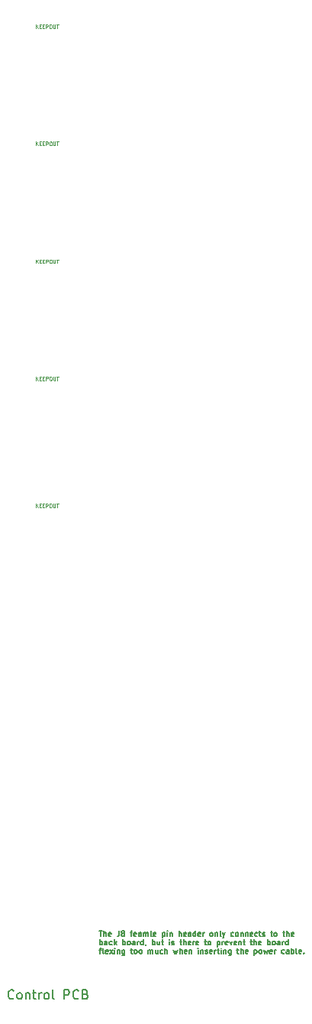
<source format=gbr>
%TF.GenerationSoftware,KiCad,Pcbnew,7.0.6*%
%TF.CreationDate,2023-08-06T19:51:04+10:00*%
%TF.ProjectId,headphone_sum,68656164-7068-46f6-9e65-5f73756d2e6b,rev?*%
%TF.SameCoordinates,Original*%
%TF.FileFunction,Other,Comment*%
%FSLAX46Y46*%
G04 Gerber Fmt 4.6, Leading zero omitted, Abs format (unit mm)*
G04 Created by KiCad (PCBNEW 7.0.6) date 2023-08-06 19:51:04*
%MOMM*%
%LPD*%
G01*
G04 APERTURE LIST*
%ADD10C,0.150000*%
%ADD11C,0.051000*%
G04 APERTURE END LIST*
D10*
X1345084Y-4017180D02*
X1297465Y-4064800D01*
X1297465Y-4064800D02*
X1154608Y-4112419D01*
X1154608Y-4112419D02*
X1059370Y-4112419D01*
X1059370Y-4112419D02*
X916513Y-4064800D01*
X916513Y-4064800D02*
X821275Y-3969561D01*
X821275Y-3969561D02*
X773656Y-3874323D01*
X773656Y-3874323D02*
X726037Y-3683847D01*
X726037Y-3683847D02*
X726037Y-3540990D01*
X726037Y-3540990D02*
X773656Y-3350514D01*
X773656Y-3350514D02*
X821275Y-3255276D01*
X821275Y-3255276D02*
X916513Y-3160038D01*
X916513Y-3160038D02*
X1059370Y-3112419D01*
X1059370Y-3112419D02*
X1154608Y-3112419D01*
X1154608Y-3112419D02*
X1297465Y-3160038D01*
X1297465Y-3160038D02*
X1345084Y-3207657D01*
X1916513Y-4112419D02*
X1821275Y-4064800D01*
X1821275Y-4064800D02*
X1773656Y-4017180D01*
X1773656Y-4017180D02*
X1726037Y-3921942D01*
X1726037Y-3921942D02*
X1726037Y-3636228D01*
X1726037Y-3636228D02*
X1773656Y-3540990D01*
X1773656Y-3540990D02*
X1821275Y-3493371D01*
X1821275Y-3493371D02*
X1916513Y-3445752D01*
X1916513Y-3445752D02*
X2059370Y-3445752D01*
X2059370Y-3445752D02*
X2154608Y-3493371D01*
X2154608Y-3493371D02*
X2202227Y-3540990D01*
X2202227Y-3540990D02*
X2249846Y-3636228D01*
X2249846Y-3636228D02*
X2249846Y-3921942D01*
X2249846Y-3921942D02*
X2202227Y-4017180D01*
X2202227Y-4017180D02*
X2154608Y-4064800D01*
X2154608Y-4064800D02*
X2059370Y-4112419D01*
X2059370Y-4112419D02*
X1916513Y-4112419D01*
X2678418Y-3445752D02*
X2678418Y-4112419D01*
X2678418Y-3540990D02*
X2726037Y-3493371D01*
X2726037Y-3493371D02*
X2821275Y-3445752D01*
X2821275Y-3445752D02*
X2964132Y-3445752D01*
X2964132Y-3445752D02*
X3059370Y-3493371D01*
X3059370Y-3493371D02*
X3106989Y-3588609D01*
X3106989Y-3588609D02*
X3106989Y-4112419D01*
X3440323Y-3445752D02*
X3821275Y-3445752D01*
X3583180Y-3112419D02*
X3583180Y-3969561D01*
X3583180Y-3969561D02*
X3630799Y-4064800D01*
X3630799Y-4064800D02*
X3726037Y-4112419D01*
X3726037Y-4112419D02*
X3821275Y-4112419D01*
X4154609Y-4112419D02*
X4154609Y-3445752D01*
X4154609Y-3636228D02*
X4202228Y-3540990D01*
X4202228Y-3540990D02*
X4249847Y-3493371D01*
X4249847Y-3493371D02*
X4345085Y-3445752D01*
X4345085Y-3445752D02*
X4440323Y-3445752D01*
X4916514Y-4112419D02*
X4821276Y-4064800D01*
X4821276Y-4064800D02*
X4773657Y-4017180D01*
X4773657Y-4017180D02*
X4726038Y-3921942D01*
X4726038Y-3921942D02*
X4726038Y-3636228D01*
X4726038Y-3636228D02*
X4773657Y-3540990D01*
X4773657Y-3540990D02*
X4821276Y-3493371D01*
X4821276Y-3493371D02*
X4916514Y-3445752D01*
X4916514Y-3445752D02*
X5059371Y-3445752D01*
X5059371Y-3445752D02*
X5154609Y-3493371D01*
X5154609Y-3493371D02*
X5202228Y-3540990D01*
X5202228Y-3540990D02*
X5249847Y-3636228D01*
X5249847Y-3636228D02*
X5249847Y-3921942D01*
X5249847Y-3921942D02*
X5202228Y-4017180D01*
X5202228Y-4017180D02*
X5154609Y-4064800D01*
X5154609Y-4064800D02*
X5059371Y-4112419D01*
X5059371Y-4112419D02*
X4916514Y-4112419D01*
X5821276Y-4112419D02*
X5726038Y-4064800D01*
X5726038Y-4064800D02*
X5678419Y-3969561D01*
X5678419Y-3969561D02*
X5678419Y-3112419D01*
X6964134Y-4112419D02*
X6964134Y-3112419D01*
X6964134Y-3112419D02*
X7345086Y-3112419D01*
X7345086Y-3112419D02*
X7440324Y-3160038D01*
X7440324Y-3160038D02*
X7487943Y-3207657D01*
X7487943Y-3207657D02*
X7535562Y-3302895D01*
X7535562Y-3302895D02*
X7535562Y-3445752D01*
X7535562Y-3445752D02*
X7487943Y-3540990D01*
X7487943Y-3540990D02*
X7440324Y-3588609D01*
X7440324Y-3588609D02*
X7345086Y-3636228D01*
X7345086Y-3636228D02*
X6964134Y-3636228D01*
X8535562Y-4017180D02*
X8487943Y-4064800D01*
X8487943Y-4064800D02*
X8345086Y-4112419D01*
X8345086Y-4112419D02*
X8249848Y-4112419D01*
X8249848Y-4112419D02*
X8106991Y-4064800D01*
X8106991Y-4064800D02*
X8011753Y-3969561D01*
X8011753Y-3969561D02*
X7964134Y-3874323D01*
X7964134Y-3874323D02*
X7916515Y-3683847D01*
X7916515Y-3683847D02*
X7916515Y-3540990D01*
X7916515Y-3540990D02*
X7964134Y-3350514D01*
X7964134Y-3350514D02*
X8011753Y-3255276D01*
X8011753Y-3255276D02*
X8106991Y-3160038D01*
X8106991Y-3160038D02*
X8249848Y-3112419D01*
X8249848Y-3112419D02*
X8345086Y-3112419D01*
X8345086Y-3112419D02*
X8487943Y-3160038D01*
X8487943Y-3160038D02*
X8535562Y-3207657D01*
X9297467Y-3588609D02*
X9440324Y-3636228D01*
X9440324Y-3636228D02*
X9487943Y-3683847D01*
X9487943Y-3683847D02*
X9535562Y-3779085D01*
X9535562Y-3779085D02*
X9535562Y-3921942D01*
X9535562Y-3921942D02*
X9487943Y-4017180D01*
X9487943Y-4017180D02*
X9440324Y-4064800D01*
X9440324Y-4064800D02*
X9345086Y-4112419D01*
X9345086Y-4112419D02*
X8964134Y-4112419D01*
X8964134Y-4112419D02*
X8964134Y-3112419D01*
X8964134Y-3112419D02*
X9297467Y-3112419D01*
X9297467Y-3112419D02*
X9392705Y-3160038D01*
X9392705Y-3160038D02*
X9440324Y-3207657D01*
X9440324Y-3207657D02*
X9487943Y-3302895D01*
X9487943Y-3302895D02*
X9487943Y-3398133D01*
X9487943Y-3398133D02*
X9440324Y-3493371D01*
X9440324Y-3493371D02*
X9392705Y-3540990D01*
X9392705Y-3540990D02*
X9297467Y-3588609D01*
X9297467Y-3588609D02*
X8964134Y-3588609D01*
X10823826Y3455229D02*
X11166684Y3455229D01*
X10995255Y2855229D02*
X10995255Y3455229D01*
X11366684Y2855229D02*
X11366684Y3455229D01*
X11623827Y2855229D02*
X11623827Y3169515D01*
X11623827Y3169515D02*
X11595255Y3226658D01*
X11595255Y3226658D02*
X11538112Y3255229D01*
X11538112Y3255229D02*
X11452398Y3255229D01*
X11452398Y3255229D02*
X11395255Y3226658D01*
X11395255Y3226658D02*
X11366684Y3198086D01*
X12138112Y2883800D02*
X12080969Y2855229D01*
X12080969Y2855229D02*
X11966684Y2855229D01*
X11966684Y2855229D02*
X11909541Y2883800D01*
X11909541Y2883800D02*
X11880969Y2940943D01*
X11880969Y2940943D02*
X11880969Y3169515D01*
X11880969Y3169515D02*
X11909541Y3226658D01*
X11909541Y3226658D02*
X11966684Y3255229D01*
X11966684Y3255229D02*
X12080969Y3255229D01*
X12080969Y3255229D02*
X12138112Y3226658D01*
X12138112Y3226658D02*
X12166684Y3169515D01*
X12166684Y3169515D02*
X12166684Y3112372D01*
X12166684Y3112372D02*
X11880969Y3055229D01*
X13052398Y3455229D02*
X13052398Y3026658D01*
X13052398Y3026658D02*
X13023827Y2940943D01*
X13023827Y2940943D02*
X12966684Y2883800D01*
X12966684Y2883800D02*
X12880970Y2855229D01*
X12880970Y2855229D02*
X12823827Y2855229D01*
X13423827Y3198086D02*
X13366684Y3226658D01*
X13366684Y3226658D02*
X13338113Y3255229D01*
X13338113Y3255229D02*
X13309541Y3312372D01*
X13309541Y3312372D02*
X13309541Y3340943D01*
X13309541Y3340943D02*
X13338113Y3398086D01*
X13338113Y3398086D02*
X13366684Y3426658D01*
X13366684Y3426658D02*
X13423827Y3455229D01*
X13423827Y3455229D02*
X13538113Y3455229D01*
X13538113Y3455229D02*
X13595256Y3426658D01*
X13595256Y3426658D02*
X13623827Y3398086D01*
X13623827Y3398086D02*
X13652398Y3340943D01*
X13652398Y3340943D02*
X13652398Y3312372D01*
X13652398Y3312372D02*
X13623827Y3255229D01*
X13623827Y3255229D02*
X13595256Y3226658D01*
X13595256Y3226658D02*
X13538113Y3198086D01*
X13538113Y3198086D02*
X13423827Y3198086D01*
X13423827Y3198086D02*
X13366684Y3169515D01*
X13366684Y3169515D02*
X13338113Y3140943D01*
X13338113Y3140943D02*
X13309541Y3083800D01*
X13309541Y3083800D02*
X13309541Y2969515D01*
X13309541Y2969515D02*
X13338113Y2912372D01*
X13338113Y2912372D02*
X13366684Y2883800D01*
X13366684Y2883800D02*
X13423827Y2855229D01*
X13423827Y2855229D02*
X13538113Y2855229D01*
X13538113Y2855229D02*
X13595256Y2883800D01*
X13595256Y2883800D02*
X13623827Y2912372D01*
X13623827Y2912372D02*
X13652398Y2969515D01*
X13652398Y2969515D02*
X13652398Y3083800D01*
X13652398Y3083800D02*
X13623827Y3140943D01*
X13623827Y3140943D02*
X13595256Y3169515D01*
X13595256Y3169515D02*
X13538113Y3198086D01*
X14280970Y3255229D02*
X14509542Y3255229D01*
X14366685Y2855229D02*
X14366685Y3369515D01*
X14366685Y3369515D02*
X14395256Y3426658D01*
X14395256Y3426658D02*
X14452399Y3455229D01*
X14452399Y3455229D02*
X14509542Y3455229D01*
X14938113Y2883800D02*
X14880970Y2855229D01*
X14880970Y2855229D02*
X14766685Y2855229D01*
X14766685Y2855229D02*
X14709542Y2883800D01*
X14709542Y2883800D02*
X14680970Y2940943D01*
X14680970Y2940943D02*
X14680970Y3169515D01*
X14680970Y3169515D02*
X14709542Y3226658D01*
X14709542Y3226658D02*
X14766685Y3255229D01*
X14766685Y3255229D02*
X14880970Y3255229D01*
X14880970Y3255229D02*
X14938113Y3226658D01*
X14938113Y3226658D02*
X14966685Y3169515D01*
X14966685Y3169515D02*
X14966685Y3112372D01*
X14966685Y3112372D02*
X14680970Y3055229D01*
X15480971Y2855229D02*
X15480971Y3169515D01*
X15480971Y3169515D02*
X15452399Y3226658D01*
X15452399Y3226658D02*
X15395256Y3255229D01*
X15395256Y3255229D02*
X15280971Y3255229D01*
X15280971Y3255229D02*
X15223828Y3226658D01*
X15480971Y2883800D02*
X15423828Y2855229D01*
X15423828Y2855229D02*
X15280971Y2855229D01*
X15280971Y2855229D02*
X15223828Y2883800D01*
X15223828Y2883800D02*
X15195256Y2940943D01*
X15195256Y2940943D02*
X15195256Y2998086D01*
X15195256Y2998086D02*
X15223828Y3055229D01*
X15223828Y3055229D02*
X15280971Y3083800D01*
X15280971Y3083800D02*
X15423828Y3083800D01*
X15423828Y3083800D02*
X15480971Y3112372D01*
X15766685Y2855229D02*
X15766685Y3255229D01*
X15766685Y3198086D02*
X15795256Y3226658D01*
X15795256Y3226658D02*
X15852399Y3255229D01*
X15852399Y3255229D02*
X15938113Y3255229D01*
X15938113Y3255229D02*
X15995256Y3226658D01*
X15995256Y3226658D02*
X16023828Y3169515D01*
X16023828Y3169515D02*
X16023828Y2855229D01*
X16023828Y3169515D02*
X16052399Y3226658D01*
X16052399Y3226658D02*
X16109542Y3255229D01*
X16109542Y3255229D02*
X16195256Y3255229D01*
X16195256Y3255229D02*
X16252399Y3226658D01*
X16252399Y3226658D02*
X16280970Y3169515D01*
X16280970Y3169515D02*
X16280970Y2855229D01*
X16652399Y2855229D02*
X16595256Y2883800D01*
X16595256Y2883800D02*
X16566685Y2940943D01*
X16566685Y2940943D02*
X16566685Y3455229D01*
X17109542Y2883800D02*
X17052399Y2855229D01*
X17052399Y2855229D02*
X16938114Y2855229D01*
X16938114Y2855229D02*
X16880971Y2883800D01*
X16880971Y2883800D02*
X16852399Y2940943D01*
X16852399Y2940943D02*
X16852399Y3169515D01*
X16852399Y3169515D02*
X16880971Y3226658D01*
X16880971Y3226658D02*
X16938114Y3255229D01*
X16938114Y3255229D02*
X17052399Y3255229D01*
X17052399Y3255229D02*
X17109542Y3226658D01*
X17109542Y3226658D02*
X17138114Y3169515D01*
X17138114Y3169515D02*
X17138114Y3112372D01*
X17138114Y3112372D02*
X16852399Y3055229D01*
X17852400Y3255229D02*
X17852400Y2655229D01*
X17852400Y3226658D02*
X17909543Y3255229D01*
X17909543Y3255229D02*
X18023828Y3255229D01*
X18023828Y3255229D02*
X18080971Y3226658D01*
X18080971Y3226658D02*
X18109543Y3198086D01*
X18109543Y3198086D02*
X18138114Y3140943D01*
X18138114Y3140943D02*
X18138114Y2969515D01*
X18138114Y2969515D02*
X18109543Y2912372D01*
X18109543Y2912372D02*
X18080971Y2883800D01*
X18080971Y2883800D02*
X18023828Y2855229D01*
X18023828Y2855229D02*
X17909543Y2855229D01*
X17909543Y2855229D02*
X17852400Y2883800D01*
X18395257Y2855229D02*
X18395257Y3255229D01*
X18395257Y3455229D02*
X18366685Y3426658D01*
X18366685Y3426658D02*
X18395257Y3398086D01*
X18395257Y3398086D02*
X18423828Y3426658D01*
X18423828Y3426658D02*
X18395257Y3455229D01*
X18395257Y3455229D02*
X18395257Y3398086D01*
X18680971Y3255229D02*
X18680971Y2855229D01*
X18680971Y3198086D02*
X18709542Y3226658D01*
X18709542Y3226658D02*
X18766685Y3255229D01*
X18766685Y3255229D02*
X18852399Y3255229D01*
X18852399Y3255229D02*
X18909542Y3226658D01*
X18909542Y3226658D02*
X18938114Y3169515D01*
X18938114Y3169515D02*
X18938114Y2855229D01*
X19680971Y2855229D02*
X19680971Y3455229D01*
X19938114Y2855229D02*
X19938114Y3169515D01*
X19938114Y3169515D02*
X19909542Y3226658D01*
X19909542Y3226658D02*
X19852399Y3255229D01*
X19852399Y3255229D02*
X19766685Y3255229D01*
X19766685Y3255229D02*
X19709542Y3226658D01*
X19709542Y3226658D02*
X19680971Y3198086D01*
X20452399Y2883800D02*
X20395256Y2855229D01*
X20395256Y2855229D02*
X20280971Y2855229D01*
X20280971Y2855229D02*
X20223828Y2883800D01*
X20223828Y2883800D02*
X20195256Y2940943D01*
X20195256Y2940943D02*
X20195256Y3169515D01*
X20195256Y3169515D02*
X20223828Y3226658D01*
X20223828Y3226658D02*
X20280971Y3255229D01*
X20280971Y3255229D02*
X20395256Y3255229D01*
X20395256Y3255229D02*
X20452399Y3226658D01*
X20452399Y3226658D02*
X20480971Y3169515D01*
X20480971Y3169515D02*
X20480971Y3112372D01*
X20480971Y3112372D02*
X20195256Y3055229D01*
X20995257Y2855229D02*
X20995257Y3169515D01*
X20995257Y3169515D02*
X20966685Y3226658D01*
X20966685Y3226658D02*
X20909542Y3255229D01*
X20909542Y3255229D02*
X20795257Y3255229D01*
X20795257Y3255229D02*
X20738114Y3226658D01*
X20995257Y2883800D02*
X20938114Y2855229D01*
X20938114Y2855229D02*
X20795257Y2855229D01*
X20795257Y2855229D02*
X20738114Y2883800D01*
X20738114Y2883800D02*
X20709542Y2940943D01*
X20709542Y2940943D02*
X20709542Y2998086D01*
X20709542Y2998086D02*
X20738114Y3055229D01*
X20738114Y3055229D02*
X20795257Y3083800D01*
X20795257Y3083800D02*
X20938114Y3083800D01*
X20938114Y3083800D02*
X20995257Y3112372D01*
X21538114Y2855229D02*
X21538114Y3455229D01*
X21538114Y2883800D02*
X21480971Y2855229D01*
X21480971Y2855229D02*
X21366685Y2855229D01*
X21366685Y2855229D02*
X21309542Y2883800D01*
X21309542Y2883800D02*
X21280971Y2912372D01*
X21280971Y2912372D02*
X21252399Y2969515D01*
X21252399Y2969515D02*
X21252399Y3140943D01*
X21252399Y3140943D02*
X21280971Y3198086D01*
X21280971Y3198086D02*
X21309542Y3226658D01*
X21309542Y3226658D02*
X21366685Y3255229D01*
X21366685Y3255229D02*
X21480971Y3255229D01*
X21480971Y3255229D02*
X21538114Y3226658D01*
X22052399Y2883800D02*
X21995256Y2855229D01*
X21995256Y2855229D02*
X21880971Y2855229D01*
X21880971Y2855229D02*
X21823828Y2883800D01*
X21823828Y2883800D02*
X21795256Y2940943D01*
X21795256Y2940943D02*
X21795256Y3169515D01*
X21795256Y3169515D02*
X21823828Y3226658D01*
X21823828Y3226658D02*
X21880971Y3255229D01*
X21880971Y3255229D02*
X21995256Y3255229D01*
X21995256Y3255229D02*
X22052399Y3226658D01*
X22052399Y3226658D02*
X22080971Y3169515D01*
X22080971Y3169515D02*
X22080971Y3112372D01*
X22080971Y3112372D02*
X21795256Y3055229D01*
X22338114Y2855229D02*
X22338114Y3255229D01*
X22338114Y3140943D02*
X22366685Y3198086D01*
X22366685Y3198086D02*
X22395257Y3226658D01*
X22395257Y3226658D02*
X22452399Y3255229D01*
X22452399Y3255229D02*
X22509542Y3255229D01*
X23252400Y2855229D02*
X23195257Y2883800D01*
X23195257Y2883800D02*
X23166686Y2912372D01*
X23166686Y2912372D02*
X23138114Y2969515D01*
X23138114Y2969515D02*
X23138114Y3140943D01*
X23138114Y3140943D02*
X23166686Y3198086D01*
X23166686Y3198086D02*
X23195257Y3226658D01*
X23195257Y3226658D02*
X23252400Y3255229D01*
X23252400Y3255229D02*
X23338114Y3255229D01*
X23338114Y3255229D02*
X23395257Y3226658D01*
X23395257Y3226658D02*
X23423829Y3198086D01*
X23423829Y3198086D02*
X23452400Y3140943D01*
X23452400Y3140943D02*
X23452400Y2969515D01*
X23452400Y2969515D02*
X23423829Y2912372D01*
X23423829Y2912372D02*
X23395257Y2883800D01*
X23395257Y2883800D02*
X23338114Y2855229D01*
X23338114Y2855229D02*
X23252400Y2855229D01*
X23709543Y3255229D02*
X23709543Y2855229D01*
X23709543Y3198086D02*
X23738114Y3226658D01*
X23738114Y3226658D02*
X23795257Y3255229D01*
X23795257Y3255229D02*
X23880971Y3255229D01*
X23880971Y3255229D02*
X23938114Y3226658D01*
X23938114Y3226658D02*
X23966686Y3169515D01*
X23966686Y3169515D02*
X23966686Y2855229D01*
X24338114Y2855229D02*
X24280971Y2883800D01*
X24280971Y2883800D02*
X24252400Y2940943D01*
X24252400Y2940943D02*
X24252400Y3455229D01*
X24509543Y3255229D02*
X24652400Y2855229D01*
X24795257Y3255229D02*
X24652400Y2855229D01*
X24652400Y2855229D02*
X24595257Y2712372D01*
X24595257Y2712372D02*
X24566686Y2683800D01*
X24566686Y2683800D02*
X24509543Y2655229D01*
X25738115Y2883800D02*
X25680972Y2855229D01*
X25680972Y2855229D02*
X25566686Y2855229D01*
X25566686Y2855229D02*
X25509543Y2883800D01*
X25509543Y2883800D02*
X25480972Y2912372D01*
X25480972Y2912372D02*
X25452400Y2969515D01*
X25452400Y2969515D02*
X25452400Y3140943D01*
X25452400Y3140943D02*
X25480972Y3198086D01*
X25480972Y3198086D02*
X25509543Y3226658D01*
X25509543Y3226658D02*
X25566686Y3255229D01*
X25566686Y3255229D02*
X25680972Y3255229D01*
X25680972Y3255229D02*
X25738115Y3226658D01*
X26080972Y2855229D02*
X26023829Y2883800D01*
X26023829Y2883800D02*
X25995258Y2912372D01*
X25995258Y2912372D02*
X25966686Y2969515D01*
X25966686Y2969515D02*
X25966686Y3140943D01*
X25966686Y3140943D02*
X25995258Y3198086D01*
X25995258Y3198086D02*
X26023829Y3226658D01*
X26023829Y3226658D02*
X26080972Y3255229D01*
X26080972Y3255229D02*
X26166686Y3255229D01*
X26166686Y3255229D02*
X26223829Y3226658D01*
X26223829Y3226658D02*
X26252401Y3198086D01*
X26252401Y3198086D02*
X26280972Y3140943D01*
X26280972Y3140943D02*
X26280972Y2969515D01*
X26280972Y2969515D02*
X26252401Y2912372D01*
X26252401Y2912372D02*
X26223829Y2883800D01*
X26223829Y2883800D02*
X26166686Y2855229D01*
X26166686Y2855229D02*
X26080972Y2855229D01*
X26538115Y3255229D02*
X26538115Y2855229D01*
X26538115Y3198086D02*
X26566686Y3226658D01*
X26566686Y3226658D02*
X26623829Y3255229D01*
X26623829Y3255229D02*
X26709543Y3255229D01*
X26709543Y3255229D02*
X26766686Y3226658D01*
X26766686Y3226658D02*
X26795258Y3169515D01*
X26795258Y3169515D02*
X26795258Y2855229D01*
X27080972Y3255229D02*
X27080972Y2855229D01*
X27080972Y3198086D02*
X27109543Y3226658D01*
X27109543Y3226658D02*
X27166686Y3255229D01*
X27166686Y3255229D02*
X27252400Y3255229D01*
X27252400Y3255229D02*
X27309543Y3226658D01*
X27309543Y3226658D02*
X27338115Y3169515D01*
X27338115Y3169515D02*
X27338115Y2855229D01*
X27852400Y2883800D02*
X27795257Y2855229D01*
X27795257Y2855229D02*
X27680972Y2855229D01*
X27680972Y2855229D02*
X27623829Y2883800D01*
X27623829Y2883800D02*
X27595257Y2940943D01*
X27595257Y2940943D02*
X27595257Y3169515D01*
X27595257Y3169515D02*
X27623829Y3226658D01*
X27623829Y3226658D02*
X27680972Y3255229D01*
X27680972Y3255229D02*
X27795257Y3255229D01*
X27795257Y3255229D02*
X27852400Y3226658D01*
X27852400Y3226658D02*
X27880972Y3169515D01*
X27880972Y3169515D02*
X27880972Y3112372D01*
X27880972Y3112372D02*
X27595257Y3055229D01*
X28395258Y2883800D02*
X28338115Y2855229D01*
X28338115Y2855229D02*
X28223829Y2855229D01*
X28223829Y2855229D02*
X28166686Y2883800D01*
X28166686Y2883800D02*
X28138115Y2912372D01*
X28138115Y2912372D02*
X28109543Y2969515D01*
X28109543Y2969515D02*
X28109543Y3140943D01*
X28109543Y3140943D02*
X28138115Y3198086D01*
X28138115Y3198086D02*
X28166686Y3226658D01*
X28166686Y3226658D02*
X28223829Y3255229D01*
X28223829Y3255229D02*
X28338115Y3255229D01*
X28338115Y3255229D02*
X28395258Y3226658D01*
X28566686Y3255229D02*
X28795258Y3255229D01*
X28652401Y3455229D02*
X28652401Y2940943D01*
X28652401Y2940943D02*
X28680972Y2883800D01*
X28680972Y2883800D02*
X28738115Y2855229D01*
X28738115Y2855229D02*
X28795258Y2855229D01*
X28966686Y2883800D02*
X29023829Y2855229D01*
X29023829Y2855229D02*
X29138115Y2855229D01*
X29138115Y2855229D02*
X29195258Y2883800D01*
X29195258Y2883800D02*
X29223829Y2940943D01*
X29223829Y2940943D02*
X29223829Y2969515D01*
X29223829Y2969515D02*
X29195258Y3026658D01*
X29195258Y3026658D02*
X29138115Y3055229D01*
X29138115Y3055229D02*
X29052401Y3055229D01*
X29052401Y3055229D02*
X28995258Y3083800D01*
X28995258Y3083800D02*
X28966686Y3140943D01*
X28966686Y3140943D02*
X28966686Y3169515D01*
X28966686Y3169515D02*
X28995258Y3226658D01*
X28995258Y3226658D02*
X29052401Y3255229D01*
X29052401Y3255229D02*
X29138115Y3255229D01*
X29138115Y3255229D02*
X29195258Y3226658D01*
X29852400Y3255229D02*
X30080972Y3255229D01*
X29938115Y3455229D02*
X29938115Y2940943D01*
X29938115Y2940943D02*
X29966686Y2883800D01*
X29966686Y2883800D02*
X30023829Y2855229D01*
X30023829Y2855229D02*
X30080972Y2855229D01*
X30366686Y2855229D02*
X30309543Y2883800D01*
X30309543Y2883800D02*
X30280972Y2912372D01*
X30280972Y2912372D02*
X30252400Y2969515D01*
X30252400Y2969515D02*
X30252400Y3140943D01*
X30252400Y3140943D02*
X30280972Y3198086D01*
X30280972Y3198086D02*
X30309543Y3226658D01*
X30309543Y3226658D02*
X30366686Y3255229D01*
X30366686Y3255229D02*
X30452400Y3255229D01*
X30452400Y3255229D02*
X30509543Y3226658D01*
X30509543Y3226658D02*
X30538115Y3198086D01*
X30538115Y3198086D02*
X30566686Y3140943D01*
X30566686Y3140943D02*
X30566686Y2969515D01*
X30566686Y2969515D02*
X30538115Y2912372D01*
X30538115Y2912372D02*
X30509543Y2883800D01*
X30509543Y2883800D02*
X30452400Y2855229D01*
X30452400Y2855229D02*
X30366686Y2855229D01*
X31195257Y3255229D02*
X31423829Y3255229D01*
X31280972Y3455229D02*
X31280972Y2940943D01*
X31280972Y2940943D02*
X31309543Y2883800D01*
X31309543Y2883800D02*
X31366686Y2855229D01*
X31366686Y2855229D02*
X31423829Y2855229D01*
X31623829Y2855229D02*
X31623829Y3455229D01*
X31880972Y2855229D02*
X31880972Y3169515D01*
X31880972Y3169515D02*
X31852400Y3226658D01*
X31852400Y3226658D02*
X31795257Y3255229D01*
X31795257Y3255229D02*
X31709543Y3255229D01*
X31709543Y3255229D02*
X31652400Y3226658D01*
X31652400Y3226658D02*
X31623829Y3198086D01*
X32395257Y2883800D02*
X32338114Y2855229D01*
X32338114Y2855229D02*
X32223829Y2855229D01*
X32223829Y2855229D02*
X32166686Y2883800D01*
X32166686Y2883800D02*
X32138114Y2940943D01*
X32138114Y2940943D02*
X32138114Y3169515D01*
X32138114Y3169515D02*
X32166686Y3226658D01*
X32166686Y3226658D02*
X32223829Y3255229D01*
X32223829Y3255229D02*
X32338114Y3255229D01*
X32338114Y3255229D02*
X32395257Y3226658D01*
X32395257Y3226658D02*
X32423829Y3169515D01*
X32423829Y3169515D02*
X32423829Y3112372D01*
X32423829Y3112372D02*
X32138114Y3055229D01*
X10909541Y1889229D02*
X10909541Y2489229D01*
X10909541Y2260658D02*
X10966684Y2289229D01*
X10966684Y2289229D02*
X11080969Y2289229D01*
X11080969Y2289229D02*
X11138112Y2260658D01*
X11138112Y2260658D02*
X11166684Y2232086D01*
X11166684Y2232086D02*
X11195255Y2174943D01*
X11195255Y2174943D02*
X11195255Y2003515D01*
X11195255Y2003515D02*
X11166684Y1946372D01*
X11166684Y1946372D02*
X11138112Y1917800D01*
X11138112Y1917800D02*
X11080969Y1889229D01*
X11080969Y1889229D02*
X10966684Y1889229D01*
X10966684Y1889229D02*
X10909541Y1917800D01*
X11709541Y1889229D02*
X11709541Y2203515D01*
X11709541Y2203515D02*
X11680969Y2260658D01*
X11680969Y2260658D02*
X11623826Y2289229D01*
X11623826Y2289229D02*
X11509541Y2289229D01*
X11509541Y2289229D02*
X11452398Y2260658D01*
X11709541Y1917800D02*
X11652398Y1889229D01*
X11652398Y1889229D02*
X11509541Y1889229D01*
X11509541Y1889229D02*
X11452398Y1917800D01*
X11452398Y1917800D02*
X11423826Y1974943D01*
X11423826Y1974943D02*
X11423826Y2032086D01*
X11423826Y2032086D02*
X11452398Y2089229D01*
X11452398Y2089229D02*
X11509541Y2117800D01*
X11509541Y2117800D02*
X11652398Y2117800D01*
X11652398Y2117800D02*
X11709541Y2146372D01*
X12252398Y1917800D02*
X12195255Y1889229D01*
X12195255Y1889229D02*
X12080969Y1889229D01*
X12080969Y1889229D02*
X12023826Y1917800D01*
X12023826Y1917800D02*
X11995255Y1946372D01*
X11995255Y1946372D02*
X11966683Y2003515D01*
X11966683Y2003515D02*
X11966683Y2174943D01*
X11966683Y2174943D02*
X11995255Y2232086D01*
X11995255Y2232086D02*
X12023826Y2260658D01*
X12023826Y2260658D02*
X12080969Y2289229D01*
X12080969Y2289229D02*
X12195255Y2289229D01*
X12195255Y2289229D02*
X12252398Y2260658D01*
X12509541Y1889229D02*
X12509541Y2489229D01*
X12566684Y2117800D02*
X12738112Y1889229D01*
X12738112Y2289229D02*
X12509541Y2060658D01*
X13452398Y1889229D02*
X13452398Y2489229D01*
X13452398Y2260658D02*
X13509541Y2289229D01*
X13509541Y2289229D02*
X13623826Y2289229D01*
X13623826Y2289229D02*
X13680969Y2260658D01*
X13680969Y2260658D02*
X13709541Y2232086D01*
X13709541Y2232086D02*
X13738112Y2174943D01*
X13738112Y2174943D02*
X13738112Y2003515D01*
X13738112Y2003515D02*
X13709541Y1946372D01*
X13709541Y1946372D02*
X13680969Y1917800D01*
X13680969Y1917800D02*
X13623826Y1889229D01*
X13623826Y1889229D02*
X13509541Y1889229D01*
X13509541Y1889229D02*
X13452398Y1917800D01*
X14080969Y1889229D02*
X14023826Y1917800D01*
X14023826Y1917800D02*
X13995255Y1946372D01*
X13995255Y1946372D02*
X13966683Y2003515D01*
X13966683Y2003515D02*
X13966683Y2174943D01*
X13966683Y2174943D02*
X13995255Y2232086D01*
X13995255Y2232086D02*
X14023826Y2260658D01*
X14023826Y2260658D02*
X14080969Y2289229D01*
X14080969Y2289229D02*
X14166683Y2289229D01*
X14166683Y2289229D02*
X14223826Y2260658D01*
X14223826Y2260658D02*
X14252398Y2232086D01*
X14252398Y2232086D02*
X14280969Y2174943D01*
X14280969Y2174943D02*
X14280969Y2003515D01*
X14280969Y2003515D02*
X14252398Y1946372D01*
X14252398Y1946372D02*
X14223826Y1917800D01*
X14223826Y1917800D02*
X14166683Y1889229D01*
X14166683Y1889229D02*
X14080969Y1889229D01*
X14795255Y1889229D02*
X14795255Y2203515D01*
X14795255Y2203515D02*
X14766683Y2260658D01*
X14766683Y2260658D02*
X14709540Y2289229D01*
X14709540Y2289229D02*
X14595255Y2289229D01*
X14595255Y2289229D02*
X14538112Y2260658D01*
X14795255Y1917800D02*
X14738112Y1889229D01*
X14738112Y1889229D02*
X14595255Y1889229D01*
X14595255Y1889229D02*
X14538112Y1917800D01*
X14538112Y1917800D02*
X14509540Y1974943D01*
X14509540Y1974943D02*
X14509540Y2032086D01*
X14509540Y2032086D02*
X14538112Y2089229D01*
X14538112Y2089229D02*
X14595255Y2117800D01*
X14595255Y2117800D02*
X14738112Y2117800D01*
X14738112Y2117800D02*
X14795255Y2146372D01*
X15080969Y1889229D02*
X15080969Y2289229D01*
X15080969Y2174943D02*
X15109540Y2232086D01*
X15109540Y2232086D02*
X15138112Y2260658D01*
X15138112Y2260658D02*
X15195254Y2289229D01*
X15195254Y2289229D02*
X15252397Y2289229D01*
X15709541Y1889229D02*
X15709541Y2489229D01*
X15709541Y1917800D02*
X15652398Y1889229D01*
X15652398Y1889229D02*
X15538112Y1889229D01*
X15538112Y1889229D02*
X15480969Y1917800D01*
X15480969Y1917800D02*
X15452398Y1946372D01*
X15452398Y1946372D02*
X15423826Y2003515D01*
X15423826Y2003515D02*
X15423826Y2174943D01*
X15423826Y2174943D02*
X15452398Y2232086D01*
X15452398Y2232086D02*
X15480969Y2260658D01*
X15480969Y2260658D02*
X15538112Y2289229D01*
X15538112Y2289229D02*
X15652398Y2289229D01*
X15652398Y2289229D02*
X15709541Y2260658D01*
X16023826Y1917800D02*
X16023826Y1889229D01*
X16023826Y1889229D02*
X15995255Y1832086D01*
X15995255Y1832086D02*
X15966683Y1803515D01*
X16738112Y1889229D02*
X16738112Y2489229D01*
X16738112Y2260658D02*
X16795255Y2289229D01*
X16795255Y2289229D02*
X16909540Y2289229D01*
X16909540Y2289229D02*
X16966683Y2260658D01*
X16966683Y2260658D02*
X16995255Y2232086D01*
X16995255Y2232086D02*
X17023826Y2174943D01*
X17023826Y2174943D02*
X17023826Y2003515D01*
X17023826Y2003515D02*
X16995255Y1946372D01*
X16995255Y1946372D02*
X16966683Y1917800D01*
X16966683Y1917800D02*
X16909540Y1889229D01*
X16909540Y1889229D02*
X16795255Y1889229D01*
X16795255Y1889229D02*
X16738112Y1917800D01*
X17538112Y2289229D02*
X17538112Y1889229D01*
X17280969Y2289229D02*
X17280969Y1974943D01*
X17280969Y1974943D02*
X17309540Y1917800D01*
X17309540Y1917800D02*
X17366683Y1889229D01*
X17366683Y1889229D02*
X17452397Y1889229D01*
X17452397Y1889229D02*
X17509540Y1917800D01*
X17509540Y1917800D02*
X17538112Y1946372D01*
X17738111Y2289229D02*
X17966683Y2289229D01*
X17823826Y2489229D02*
X17823826Y1974943D01*
X17823826Y1974943D02*
X17852397Y1917800D01*
X17852397Y1917800D02*
X17909540Y1889229D01*
X17909540Y1889229D02*
X17966683Y1889229D01*
X18623826Y1889229D02*
X18623826Y2289229D01*
X18623826Y2489229D02*
X18595254Y2460658D01*
X18595254Y2460658D02*
X18623826Y2432086D01*
X18623826Y2432086D02*
X18652397Y2460658D01*
X18652397Y2460658D02*
X18623826Y2489229D01*
X18623826Y2489229D02*
X18623826Y2432086D01*
X18880968Y1917800D02*
X18938111Y1889229D01*
X18938111Y1889229D02*
X19052397Y1889229D01*
X19052397Y1889229D02*
X19109540Y1917800D01*
X19109540Y1917800D02*
X19138111Y1974943D01*
X19138111Y1974943D02*
X19138111Y2003515D01*
X19138111Y2003515D02*
X19109540Y2060658D01*
X19109540Y2060658D02*
X19052397Y2089229D01*
X19052397Y2089229D02*
X18966683Y2089229D01*
X18966683Y2089229D02*
X18909540Y2117800D01*
X18909540Y2117800D02*
X18880968Y2174943D01*
X18880968Y2174943D02*
X18880968Y2203515D01*
X18880968Y2203515D02*
X18909540Y2260658D01*
X18909540Y2260658D02*
X18966683Y2289229D01*
X18966683Y2289229D02*
X19052397Y2289229D01*
X19052397Y2289229D02*
X19109540Y2260658D01*
X19766682Y2289229D02*
X19995254Y2289229D01*
X19852397Y2489229D02*
X19852397Y1974943D01*
X19852397Y1974943D02*
X19880968Y1917800D01*
X19880968Y1917800D02*
X19938111Y1889229D01*
X19938111Y1889229D02*
X19995254Y1889229D01*
X20195254Y1889229D02*
X20195254Y2489229D01*
X20452397Y1889229D02*
X20452397Y2203515D01*
X20452397Y2203515D02*
X20423825Y2260658D01*
X20423825Y2260658D02*
X20366682Y2289229D01*
X20366682Y2289229D02*
X20280968Y2289229D01*
X20280968Y2289229D02*
X20223825Y2260658D01*
X20223825Y2260658D02*
X20195254Y2232086D01*
X20966682Y1917800D02*
X20909539Y1889229D01*
X20909539Y1889229D02*
X20795254Y1889229D01*
X20795254Y1889229D02*
X20738111Y1917800D01*
X20738111Y1917800D02*
X20709539Y1974943D01*
X20709539Y1974943D02*
X20709539Y2203515D01*
X20709539Y2203515D02*
X20738111Y2260658D01*
X20738111Y2260658D02*
X20795254Y2289229D01*
X20795254Y2289229D02*
X20909539Y2289229D01*
X20909539Y2289229D02*
X20966682Y2260658D01*
X20966682Y2260658D02*
X20995254Y2203515D01*
X20995254Y2203515D02*
X20995254Y2146372D01*
X20995254Y2146372D02*
X20709539Y2089229D01*
X21252397Y1889229D02*
X21252397Y2289229D01*
X21252397Y2174943D02*
X21280968Y2232086D01*
X21280968Y2232086D02*
X21309540Y2260658D01*
X21309540Y2260658D02*
X21366682Y2289229D01*
X21366682Y2289229D02*
X21423825Y2289229D01*
X21852397Y1917800D02*
X21795254Y1889229D01*
X21795254Y1889229D02*
X21680969Y1889229D01*
X21680969Y1889229D02*
X21623826Y1917800D01*
X21623826Y1917800D02*
X21595254Y1974943D01*
X21595254Y1974943D02*
X21595254Y2203515D01*
X21595254Y2203515D02*
X21623826Y2260658D01*
X21623826Y2260658D02*
X21680969Y2289229D01*
X21680969Y2289229D02*
X21795254Y2289229D01*
X21795254Y2289229D02*
X21852397Y2260658D01*
X21852397Y2260658D02*
X21880969Y2203515D01*
X21880969Y2203515D02*
X21880969Y2146372D01*
X21880969Y2146372D02*
X21595254Y2089229D01*
X22509540Y2289229D02*
X22738112Y2289229D01*
X22595255Y2489229D02*
X22595255Y1974943D01*
X22595255Y1974943D02*
X22623826Y1917800D01*
X22623826Y1917800D02*
X22680969Y1889229D01*
X22680969Y1889229D02*
X22738112Y1889229D01*
X23023826Y1889229D02*
X22966683Y1917800D01*
X22966683Y1917800D02*
X22938112Y1946372D01*
X22938112Y1946372D02*
X22909540Y2003515D01*
X22909540Y2003515D02*
X22909540Y2174943D01*
X22909540Y2174943D02*
X22938112Y2232086D01*
X22938112Y2232086D02*
X22966683Y2260658D01*
X22966683Y2260658D02*
X23023826Y2289229D01*
X23023826Y2289229D02*
X23109540Y2289229D01*
X23109540Y2289229D02*
X23166683Y2260658D01*
X23166683Y2260658D02*
X23195255Y2232086D01*
X23195255Y2232086D02*
X23223826Y2174943D01*
X23223826Y2174943D02*
X23223826Y2003515D01*
X23223826Y2003515D02*
X23195255Y1946372D01*
X23195255Y1946372D02*
X23166683Y1917800D01*
X23166683Y1917800D02*
X23109540Y1889229D01*
X23109540Y1889229D02*
X23023826Y1889229D01*
X23938112Y2289229D02*
X23938112Y1689229D01*
X23938112Y2260658D02*
X23995255Y2289229D01*
X23995255Y2289229D02*
X24109540Y2289229D01*
X24109540Y2289229D02*
X24166683Y2260658D01*
X24166683Y2260658D02*
X24195255Y2232086D01*
X24195255Y2232086D02*
X24223826Y2174943D01*
X24223826Y2174943D02*
X24223826Y2003515D01*
X24223826Y2003515D02*
X24195255Y1946372D01*
X24195255Y1946372D02*
X24166683Y1917800D01*
X24166683Y1917800D02*
X24109540Y1889229D01*
X24109540Y1889229D02*
X23995255Y1889229D01*
X23995255Y1889229D02*
X23938112Y1917800D01*
X24480969Y1889229D02*
X24480969Y2289229D01*
X24480969Y2174943D02*
X24509540Y2232086D01*
X24509540Y2232086D02*
X24538112Y2260658D01*
X24538112Y2260658D02*
X24595254Y2289229D01*
X24595254Y2289229D02*
X24652397Y2289229D01*
X25080969Y1917800D02*
X25023826Y1889229D01*
X25023826Y1889229D02*
X24909541Y1889229D01*
X24909541Y1889229D02*
X24852398Y1917800D01*
X24852398Y1917800D02*
X24823826Y1974943D01*
X24823826Y1974943D02*
X24823826Y2203515D01*
X24823826Y2203515D02*
X24852398Y2260658D01*
X24852398Y2260658D02*
X24909541Y2289229D01*
X24909541Y2289229D02*
X25023826Y2289229D01*
X25023826Y2289229D02*
X25080969Y2260658D01*
X25080969Y2260658D02*
X25109541Y2203515D01*
X25109541Y2203515D02*
X25109541Y2146372D01*
X25109541Y2146372D02*
X24823826Y2089229D01*
X25309541Y2289229D02*
X25452398Y1889229D01*
X25452398Y1889229D02*
X25595255Y2289229D01*
X26052398Y1917800D02*
X25995255Y1889229D01*
X25995255Y1889229D02*
X25880970Y1889229D01*
X25880970Y1889229D02*
X25823827Y1917800D01*
X25823827Y1917800D02*
X25795255Y1974943D01*
X25795255Y1974943D02*
X25795255Y2203515D01*
X25795255Y2203515D02*
X25823827Y2260658D01*
X25823827Y2260658D02*
X25880970Y2289229D01*
X25880970Y2289229D02*
X25995255Y2289229D01*
X25995255Y2289229D02*
X26052398Y2260658D01*
X26052398Y2260658D02*
X26080970Y2203515D01*
X26080970Y2203515D02*
X26080970Y2146372D01*
X26080970Y2146372D02*
X25795255Y2089229D01*
X26338113Y2289229D02*
X26338113Y1889229D01*
X26338113Y2232086D02*
X26366684Y2260658D01*
X26366684Y2260658D02*
X26423827Y2289229D01*
X26423827Y2289229D02*
X26509541Y2289229D01*
X26509541Y2289229D02*
X26566684Y2260658D01*
X26566684Y2260658D02*
X26595256Y2203515D01*
X26595256Y2203515D02*
X26595256Y1889229D01*
X26795255Y2289229D02*
X27023827Y2289229D01*
X26880970Y2489229D02*
X26880970Y1974943D01*
X26880970Y1974943D02*
X26909541Y1917800D01*
X26909541Y1917800D02*
X26966684Y1889229D01*
X26966684Y1889229D02*
X27023827Y1889229D01*
X27595255Y2289229D02*
X27823827Y2289229D01*
X27680970Y2489229D02*
X27680970Y1974943D01*
X27680970Y1974943D02*
X27709541Y1917800D01*
X27709541Y1917800D02*
X27766684Y1889229D01*
X27766684Y1889229D02*
X27823827Y1889229D01*
X28023827Y1889229D02*
X28023827Y2489229D01*
X28280970Y1889229D02*
X28280970Y2203515D01*
X28280970Y2203515D02*
X28252398Y2260658D01*
X28252398Y2260658D02*
X28195255Y2289229D01*
X28195255Y2289229D02*
X28109541Y2289229D01*
X28109541Y2289229D02*
X28052398Y2260658D01*
X28052398Y2260658D02*
X28023827Y2232086D01*
X28795255Y1917800D02*
X28738112Y1889229D01*
X28738112Y1889229D02*
X28623827Y1889229D01*
X28623827Y1889229D02*
X28566684Y1917800D01*
X28566684Y1917800D02*
X28538112Y1974943D01*
X28538112Y1974943D02*
X28538112Y2203515D01*
X28538112Y2203515D02*
X28566684Y2260658D01*
X28566684Y2260658D02*
X28623827Y2289229D01*
X28623827Y2289229D02*
X28738112Y2289229D01*
X28738112Y2289229D02*
X28795255Y2260658D01*
X28795255Y2260658D02*
X28823827Y2203515D01*
X28823827Y2203515D02*
X28823827Y2146372D01*
X28823827Y2146372D02*
X28538112Y2089229D01*
X29538113Y1889229D02*
X29538113Y2489229D01*
X29538113Y2260658D02*
X29595256Y2289229D01*
X29595256Y2289229D02*
X29709541Y2289229D01*
X29709541Y2289229D02*
X29766684Y2260658D01*
X29766684Y2260658D02*
X29795256Y2232086D01*
X29795256Y2232086D02*
X29823827Y2174943D01*
X29823827Y2174943D02*
X29823827Y2003515D01*
X29823827Y2003515D02*
X29795256Y1946372D01*
X29795256Y1946372D02*
X29766684Y1917800D01*
X29766684Y1917800D02*
X29709541Y1889229D01*
X29709541Y1889229D02*
X29595256Y1889229D01*
X29595256Y1889229D02*
X29538113Y1917800D01*
X30166684Y1889229D02*
X30109541Y1917800D01*
X30109541Y1917800D02*
X30080970Y1946372D01*
X30080970Y1946372D02*
X30052398Y2003515D01*
X30052398Y2003515D02*
X30052398Y2174943D01*
X30052398Y2174943D02*
X30080970Y2232086D01*
X30080970Y2232086D02*
X30109541Y2260658D01*
X30109541Y2260658D02*
X30166684Y2289229D01*
X30166684Y2289229D02*
X30252398Y2289229D01*
X30252398Y2289229D02*
X30309541Y2260658D01*
X30309541Y2260658D02*
X30338113Y2232086D01*
X30338113Y2232086D02*
X30366684Y2174943D01*
X30366684Y2174943D02*
X30366684Y2003515D01*
X30366684Y2003515D02*
X30338113Y1946372D01*
X30338113Y1946372D02*
X30309541Y1917800D01*
X30309541Y1917800D02*
X30252398Y1889229D01*
X30252398Y1889229D02*
X30166684Y1889229D01*
X30880970Y1889229D02*
X30880970Y2203515D01*
X30880970Y2203515D02*
X30852398Y2260658D01*
X30852398Y2260658D02*
X30795255Y2289229D01*
X30795255Y2289229D02*
X30680970Y2289229D01*
X30680970Y2289229D02*
X30623827Y2260658D01*
X30880970Y1917800D02*
X30823827Y1889229D01*
X30823827Y1889229D02*
X30680970Y1889229D01*
X30680970Y1889229D02*
X30623827Y1917800D01*
X30623827Y1917800D02*
X30595255Y1974943D01*
X30595255Y1974943D02*
X30595255Y2032086D01*
X30595255Y2032086D02*
X30623827Y2089229D01*
X30623827Y2089229D02*
X30680970Y2117800D01*
X30680970Y2117800D02*
X30823827Y2117800D01*
X30823827Y2117800D02*
X30880970Y2146372D01*
X31166684Y1889229D02*
X31166684Y2289229D01*
X31166684Y2174943D02*
X31195255Y2232086D01*
X31195255Y2232086D02*
X31223827Y2260658D01*
X31223827Y2260658D02*
X31280969Y2289229D01*
X31280969Y2289229D02*
X31338112Y2289229D01*
X31795256Y1889229D02*
X31795256Y2489229D01*
X31795256Y1917800D02*
X31738113Y1889229D01*
X31738113Y1889229D02*
X31623827Y1889229D01*
X31623827Y1889229D02*
X31566684Y1917800D01*
X31566684Y1917800D02*
X31538113Y1946372D01*
X31538113Y1946372D02*
X31509541Y2003515D01*
X31509541Y2003515D02*
X31509541Y2174943D01*
X31509541Y2174943D02*
X31538113Y2232086D01*
X31538113Y2232086D02*
X31566684Y2260658D01*
X31566684Y2260658D02*
X31623827Y2289229D01*
X31623827Y2289229D02*
X31738113Y2289229D01*
X31738113Y2289229D02*
X31795256Y2260658D01*
X10823826Y1323229D02*
X11052398Y1323229D01*
X10909541Y923229D02*
X10909541Y1437515D01*
X10909541Y1437515D02*
X10938112Y1494658D01*
X10938112Y1494658D02*
X10995255Y1523229D01*
X10995255Y1523229D02*
X11052398Y1523229D01*
X11338112Y923229D02*
X11280969Y951800D01*
X11280969Y951800D02*
X11252398Y1008943D01*
X11252398Y1008943D02*
X11252398Y1523229D01*
X11795255Y951800D02*
X11738112Y923229D01*
X11738112Y923229D02*
X11623827Y923229D01*
X11623827Y923229D02*
X11566684Y951800D01*
X11566684Y951800D02*
X11538112Y1008943D01*
X11538112Y1008943D02*
X11538112Y1237515D01*
X11538112Y1237515D02*
X11566684Y1294658D01*
X11566684Y1294658D02*
X11623827Y1323229D01*
X11623827Y1323229D02*
X11738112Y1323229D01*
X11738112Y1323229D02*
X11795255Y1294658D01*
X11795255Y1294658D02*
X11823827Y1237515D01*
X11823827Y1237515D02*
X11823827Y1180372D01*
X11823827Y1180372D02*
X11538112Y1123229D01*
X12023827Y923229D02*
X12338113Y1323229D01*
X12023827Y1323229D02*
X12338113Y923229D01*
X12566684Y923229D02*
X12566684Y1323229D01*
X12566684Y1523229D02*
X12538112Y1494658D01*
X12538112Y1494658D02*
X12566684Y1466086D01*
X12566684Y1466086D02*
X12595255Y1494658D01*
X12595255Y1494658D02*
X12566684Y1523229D01*
X12566684Y1523229D02*
X12566684Y1466086D01*
X12852398Y1323229D02*
X12852398Y923229D01*
X12852398Y1266086D02*
X12880969Y1294658D01*
X12880969Y1294658D02*
X12938112Y1323229D01*
X12938112Y1323229D02*
X13023826Y1323229D01*
X13023826Y1323229D02*
X13080969Y1294658D01*
X13080969Y1294658D02*
X13109541Y1237515D01*
X13109541Y1237515D02*
X13109541Y923229D01*
X13652398Y1323229D02*
X13652398Y837515D01*
X13652398Y837515D02*
X13623826Y780372D01*
X13623826Y780372D02*
X13595255Y751800D01*
X13595255Y751800D02*
X13538112Y723229D01*
X13538112Y723229D02*
X13452398Y723229D01*
X13452398Y723229D02*
X13395255Y751800D01*
X13652398Y951800D02*
X13595255Y923229D01*
X13595255Y923229D02*
X13480969Y923229D01*
X13480969Y923229D02*
X13423826Y951800D01*
X13423826Y951800D02*
X13395255Y980372D01*
X13395255Y980372D02*
X13366683Y1037515D01*
X13366683Y1037515D02*
X13366683Y1208943D01*
X13366683Y1208943D02*
X13395255Y1266086D01*
X13395255Y1266086D02*
X13423826Y1294658D01*
X13423826Y1294658D02*
X13480969Y1323229D01*
X13480969Y1323229D02*
X13595255Y1323229D01*
X13595255Y1323229D02*
X13652398Y1294658D01*
X14309540Y1323229D02*
X14538112Y1323229D01*
X14395255Y1523229D02*
X14395255Y1008943D01*
X14395255Y1008943D02*
X14423826Y951800D01*
X14423826Y951800D02*
X14480969Y923229D01*
X14480969Y923229D02*
X14538112Y923229D01*
X14823826Y923229D02*
X14766683Y951800D01*
X14766683Y951800D02*
X14738112Y980372D01*
X14738112Y980372D02*
X14709540Y1037515D01*
X14709540Y1037515D02*
X14709540Y1208943D01*
X14709540Y1208943D02*
X14738112Y1266086D01*
X14738112Y1266086D02*
X14766683Y1294658D01*
X14766683Y1294658D02*
X14823826Y1323229D01*
X14823826Y1323229D02*
X14909540Y1323229D01*
X14909540Y1323229D02*
X14966683Y1294658D01*
X14966683Y1294658D02*
X14995255Y1266086D01*
X14995255Y1266086D02*
X15023826Y1208943D01*
X15023826Y1208943D02*
X15023826Y1037515D01*
X15023826Y1037515D02*
X14995255Y980372D01*
X14995255Y980372D02*
X14966683Y951800D01*
X14966683Y951800D02*
X14909540Y923229D01*
X14909540Y923229D02*
X14823826Y923229D01*
X15366683Y923229D02*
X15309540Y951800D01*
X15309540Y951800D02*
X15280969Y980372D01*
X15280969Y980372D02*
X15252397Y1037515D01*
X15252397Y1037515D02*
X15252397Y1208943D01*
X15252397Y1208943D02*
X15280969Y1266086D01*
X15280969Y1266086D02*
X15309540Y1294658D01*
X15309540Y1294658D02*
X15366683Y1323229D01*
X15366683Y1323229D02*
X15452397Y1323229D01*
X15452397Y1323229D02*
X15509540Y1294658D01*
X15509540Y1294658D02*
X15538112Y1266086D01*
X15538112Y1266086D02*
X15566683Y1208943D01*
X15566683Y1208943D02*
X15566683Y1037515D01*
X15566683Y1037515D02*
X15538112Y980372D01*
X15538112Y980372D02*
X15509540Y951800D01*
X15509540Y951800D02*
X15452397Y923229D01*
X15452397Y923229D02*
X15366683Y923229D01*
X16280969Y923229D02*
X16280969Y1323229D01*
X16280969Y1266086D02*
X16309540Y1294658D01*
X16309540Y1294658D02*
X16366683Y1323229D01*
X16366683Y1323229D02*
X16452397Y1323229D01*
X16452397Y1323229D02*
X16509540Y1294658D01*
X16509540Y1294658D02*
X16538112Y1237515D01*
X16538112Y1237515D02*
X16538112Y923229D01*
X16538112Y1237515D02*
X16566683Y1294658D01*
X16566683Y1294658D02*
X16623826Y1323229D01*
X16623826Y1323229D02*
X16709540Y1323229D01*
X16709540Y1323229D02*
X16766683Y1294658D01*
X16766683Y1294658D02*
X16795254Y1237515D01*
X16795254Y1237515D02*
X16795254Y923229D01*
X17338112Y1323229D02*
X17338112Y923229D01*
X17080969Y1323229D02*
X17080969Y1008943D01*
X17080969Y1008943D02*
X17109540Y951800D01*
X17109540Y951800D02*
X17166683Y923229D01*
X17166683Y923229D02*
X17252397Y923229D01*
X17252397Y923229D02*
X17309540Y951800D01*
X17309540Y951800D02*
X17338112Y980372D01*
X17880969Y951800D02*
X17823826Y923229D01*
X17823826Y923229D02*
X17709540Y923229D01*
X17709540Y923229D02*
X17652397Y951800D01*
X17652397Y951800D02*
X17623826Y980372D01*
X17623826Y980372D02*
X17595254Y1037515D01*
X17595254Y1037515D02*
X17595254Y1208943D01*
X17595254Y1208943D02*
X17623826Y1266086D01*
X17623826Y1266086D02*
X17652397Y1294658D01*
X17652397Y1294658D02*
X17709540Y1323229D01*
X17709540Y1323229D02*
X17823826Y1323229D01*
X17823826Y1323229D02*
X17880969Y1294658D01*
X18138112Y923229D02*
X18138112Y1523229D01*
X18395255Y923229D02*
X18395255Y1237515D01*
X18395255Y1237515D02*
X18366683Y1294658D01*
X18366683Y1294658D02*
X18309540Y1323229D01*
X18309540Y1323229D02*
X18223826Y1323229D01*
X18223826Y1323229D02*
X18166683Y1294658D01*
X18166683Y1294658D02*
X18138112Y1266086D01*
X19080969Y1323229D02*
X19195255Y923229D01*
X19195255Y923229D02*
X19309540Y1208943D01*
X19309540Y1208943D02*
X19423826Y923229D01*
X19423826Y923229D02*
X19538112Y1323229D01*
X19766683Y923229D02*
X19766683Y1523229D01*
X20023826Y923229D02*
X20023826Y1237515D01*
X20023826Y1237515D02*
X19995254Y1294658D01*
X19995254Y1294658D02*
X19938111Y1323229D01*
X19938111Y1323229D02*
X19852397Y1323229D01*
X19852397Y1323229D02*
X19795254Y1294658D01*
X19795254Y1294658D02*
X19766683Y1266086D01*
X20538111Y951800D02*
X20480968Y923229D01*
X20480968Y923229D02*
X20366683Y923229D01*
X20366683Y923229D02*
X20309540Y951800D01*
X20309540Y951800D02*
X20280968Y1008943D01*
X20280968Y1008943D02*
X20280968Y1237515D01*
X20280968Y1237515D02*
X20309540Y1294658D01*
X20309540Y1294658D02*
X20366683Y1323229D01*
X20366683Y1323229D02*
X20480968Y1323229D01*
X20480968Y1323229D02*
X20538111Y1294658D01*
X20538111Y1294658D02*
X20566683Y1237515D01*
X20566683Y1237515D02*
X20566683Y1180372D01*
X20566683Y1180372D02*
X20280968Y1123229D01*
X20823826Y1323229D02*
X20823826Y923229D01*
X20823826Y1266086D02*
X20852397Y1294658D01*
X20852397Y1294658D02*
X20909540Y1323229D01*
X20909540Y1323229D02*
X20995254Y1323229D01*
X20995254Y1323229D02*
X21052397Y1294658D01*
X21052397Y1294658D02*
X21080969Y1237515D01*
X21080969Y1237515D02*
X21080969Y923229D01*
X21823826Y923229D02*
X21823826Y1323229D01*
X21823826Y1523229D02*
X21795254Y1494658D01*
X21795254Y1494658D02*
X21823826Y1466086D01*
X21823826Y1466086D02*
X21852397Y1494658D01*
X21852397Y1494658D02*
X21823826Y1523229D01*
X21823826Y1523229D02*
X21823826Y1466086D01*
X22109540Y1323229D02*
X22109540Y923229D01*
X22109540Y1266086D02*
X22138111Y1294658D01*
X22138111Y1294658D02*
X22195254Y1323229D01*
X22195254Y1323229D02*
X22280968Y1323229D01*
X22280968Y1323229D02*
X22338111Y1294658D01*
X22338111Y1294658D02*
X22366683Y1237515D01*
X22366683Y1237515D02*
X22366683Y923229D01*
X22623825Y951800D02*
X22680968Y923229D01*
X22680968Y923229D02*
X22795254Y923229D01*
X22795254Y923229D02*
X22852397Y951800D01*
X22852397Y951800D02*
X22880968Y1008943D01*
X22880968Y1008943D02*
X22880968Y1037515D01*
X22880968Y1037515D02*
X22852397Y1094658D01*
X22852397Y1094658D02*
X22795254Y1123229D01*
X22795254Y1123229D02*
X22709540Y1123229D01*
X22709540Y1123229D02*
X22652397Y1151800D01*
X22652397Y1151800D02*
X22623825Y1208943D01*
X22623825Y1208943D02*
X22623825Y1237515D01*
X22623825Y1237515D02*
X22652397Y1294658D01*
X22652397Y1294658D02*
X22709540Y1323229D01*
X22709540Y1323229D02*
X22795254Y1323229D01*
X22795254Y1323229D02*
X22852397Y1294658D01*
X23366682Y951800D02*
X23309539Y923229D01*
X23309539Y923229D02*
X23195254Y923229D01*
X23195254Y923229D02*
X23138111Y951800D01*
X23138111Y951800D02*
X23109539Y1008943D01*
X23109539Y1008943D02*
X23109539Y1237515D01*
X23109539Y1237515D02*
X23138111Y1294658D01*
X23138111Y1294658D02*
X23195254Y1323229D01*
X23195254Y1323229D02*
X23309539Y1323229D01*
X23309539Y1323229D02*
X23366682Y1294658D01*
X23366682Y1294658D02*
X23395254Y1237515D01*
X23395254Y1237515D02*
X23395254Y1180372D01*
X23395254Y1180372D02*
X23109539Y1123229D01*
X23652397Y923229D02*
X23652397Y1323229D01*
X23652397Y1208943D02*
X23680968Y1266086D01*
X23680968Y1266086D02*
X23709540Y1294658D01*
X23709540Y1294658D02*
X23766682Y1323229D01*
X23766682Y1323229D02*
X23823825Y1323229D01*
X23938111Y1323229D02*
X24166683Y1323229D01*
X24023826Y1523229D02*
X24023826Y1008943D01*
X24023826Y1008943D02*
X24052397Y951800D01*
X24052397Y951800D02*
X24109540Y923229D01*
X24109540Y923229D02*
X24166683Y923229D01*
X24366683Y923229D02*
X24366683Y1323229D01*
X24366683Y1523229D02*
X24338111Y1494658D01*
X24338111Y1494658D02*
X24366683Y1466086D01*
X24366683Y1466086D02*
X24395254Y1494658D01*
X24395254Y1494658D02*
X24366683Y1523229D01*
X24366683Y1523229D02*
X24366683Y1466086D01*
X24652397Y1323229D02*
X24652397Y923229D01*
X24652397Y1266086D02*
X24680968Y1294658D01*
X24680968Y1294658D02*
X24738111Y1323229D01*
X24738111Y1323229D02*
X24823825Y1323229D01*
X24823825Y1323229D02*
X24880968Y1294658D01*
X24880968Y1294658D02*
X24909540Y1237515D01*
X24909540Y1237515D02*
X24909540Y923229D01*
X25452397Y1323229D02*
X25452397Y837515D01*
X25452397Y837515D02*
X25423825Y780372D01*
X25423825Y780372D02*
X25395254Y751800D01*
X25395254Y751800D02*
X25338111Y723229D01*
X25338111Y723229D02*
X25252397Y723229D01*
X25252397Y723229D02*
X25195254Y751800D01*
X25452397Y951800D02*
X25395254Y923229D01*
X25395254Y923229D02*
X25280968Y923229D01*
X25280968Y923229D02*
X25223825Y951800D01*
X25223825Y951800D02*
X25195254Y980372D01*
X25195254Y980372D02*
X25166682Y1037515D01*
X25166682Y1037515D02*
X25166682Y1208943D01*
X25166682Y1208943D02*
X25195254Y1266086D01*
X25195254Y1266086D02*
X25223825Y1294658D01*
X25223825Y1294658D02*
X25280968Y1323229D01*
X25280968Y1323229D02*
X25395254Y1323229D01*
X25395254Y1323229D02*
X25452397Y1294658D01*
X26109539Y1323229D02*
X26338111Y1323229D01*
X26195254Y1523229D02*
X26195254Y1008943D01*
X26195254Y1008943D02*
X26223825Y951800D01*
X26223825Y951800D02*
X26280968Y923229D01*
X26280968Y923229D02*
X26338111Y923229D01*
X26538111Y923229D02*
X26538111Y1523229D01*
X26795254Y923229D02*
X26795254Y1237515D01*
X26795254Y1237515D02*
X26766682Y1294658D01*
X26766682Y1294658D02*
X26709539Y1323229D01*
X26709539Y1323229D02*
X26623825Y1323229D01*
X26623825Y1323229D02*
X26566682Y1294658D01*
X26566682Y1294658D02*
X26538111Y1266086D01*
X27309539Y951800D02*
X27252396Y923229D01*
X27252396Y923229D02*
X27138111Y923229D01*
X27138111Y923229D02*
X27080968Y951800D01*
X27080968Y951800D02*
X27052396Y1008943D01*
X27052396Y1008943D02*
X27052396Y1237515D01*
X27052396Y1237515D02*
X27080968Y1294658D01*
X27080968Y1294658D02*
X27138111Y1323229D01*
X27138111Y1323229D02*
X27252396Y1323229D01*
X27252396Y1323229D02*
X27309539Y1294658D01*
X27309539Y1294658D02*
X27338111Y1237515D01*
X27338111Y1237515D02*
X27338111Y1180372D01*
X27338111Y1180372D02*
X27052396Y1123229D01*
X28052397Y1323229D02*
X28052397Y723229D01*
X28052397Y1294658D02*
X28109540Y1323229D01*
X28109540Y1323229D02*
X28223825Y1323229D01*
X28223825Y1323229D02*
X28280968Y1294658D01*
X28280968Y1294658D02*
X28309540Y1266086D01*
X28309540Y1266086D02*
X28338111Y1208943D01*
X28338111Y1208943D02*
X28338111Y1037515D01*
X28338111Y1037515D02*
X28309540Y980372D01*
X28309540Y980372D02*
X28280968Y951800D01*
X28280968Y951800D02*
X28223825Y923229D01*
X28223825Y923229D02*
X28109540Y923229D01*
X28109540Y923229D02*
X28052397Y951800D01*
X28680968Y923229D02*
X28623825Y951800D01*
X28623825Y951800D02*
X28595254Y980372D01*
X28595254Y980372D02*
X28566682Y1037515D01*
X28566682Y1037515D02*
X28566682Y1208943D01*
X28566682Y1208943D02*
X28595254Y1266086D01*
X28595254Y1266086D02*
X28623825Y1294658D01*
X28623825Y1294658D02*
X28680968Y1323229D01*
X28680968Y1323229D02*
X28766682Y1323229D01*
X28766682Y1323229D02*
X28823825Y1294658D01*
X28823825Y1294658D02*
X28852397Y1266086D01*
X28852397Y1266086D02*
X28880968Y1208943D01*
X28880968Y1208943D02*
X28880968Y1037515D01*
X28880968Y1037515D02*
X28852397Y980372D01*
X28852397Y980372D02*
X28823825Y951800D01*
X28823825Y951800D02*
X28766682Y923229D01*
X28766682Y923229D02*
X28680968Y923229D01*
X29080968Y1323229D02*
X29195254Y923229D01*
X29195254Y923229D02*
X29309539Y1208943D01*
X29309539Y1208943D02*
X29423825Y923229D01*
X29423825Y923229D02*
X29538111Y1323229D01*
X29995253Y951800D02*
X29938110Y923229D01*
X29938110Y923229D02*
X29823825Y923229D01*
X29823825Y923229D02*
X29766682Y951800D01*
X29766682Y951800D02*
X29738110Y1008943D01*
X29738110Y1008943D02*
X29738110Y1237515D01*
X29738110Y1237515D02*
X29766682Y1294658D01*
X29766682Y1294658D02*
X29823825Y1323229D01*
X29823825Y1323229D02*
X29938110Y1323229D01*
X29938110Y1323229D02*
X29995253Y1294658D01*
X29995253Y1294658D02*
X30023825Y1237515D01*
X30023825Y1237515D02*
X30023825Y1180372D01*
X30023825Y1180372D02*
X29738110Y1123229D01*
X30280968Y923229D02*
X30280968Y1323229D01*
X30280968Y1208943D02*
X30309539Y1266086D01*
X30309539Y1266086D02*
X30338111Y1294658D01*
X30338111Y1294658D02*
X30395253Y1323229D01*
X30395253Y1323229D02*
X30452396Y1323229D01*
X31366683Y951800D02*
X31309540Y923229D01*
X31309540Y923229D02*
X31195254Y923229D01*
X31195254Y923229D02*
X31138111Y951800D01*
X31138111Y951800D02*
X31109540Y980372D01*
X31109540Y980372D02*
X31080968Y1037515D01*
X31080968Y1037515D02*
X31080968Y1208943D01*
X31080968Y1208943D02*
X31109540Y1266086D01*
X31109540Y1266086D02*
X31138111Y1294658D01*
X31138111Y1294658D02*
X31195254Y1323229D01*
X31195254Y1323229D02*
X31309540Y1323229D01*
X31309540Y1323229D02*
X31366683Y1294658D01*
X31880969Y923229D02*
X31880969Y1237515D01*
X31880969Y1237515D02*
X31852397Y1294658D01*
X31852397Y1294658D02*
X31795254Y1323229D01*
X31795254Y1323229D02*
X31680969Y1323229D01*
X31680969Y1323229D02*
X31623826Y1294658D01*
X31880969Y951800D02*
X31823826Y923229D01*
X31823826Y923229D02*
X31680969Y923229D01*
X31680969Y923229D02*
X31623826Y951800D01*
X31623826Y951800D02*
X31595254Y1008943D01*
X31595254Y1008943D02*
X31595254Y1066086D01*
X31595254Y1066086D02*
X31623826Y1123229D01*
X31623826Y1123229D02*
X31680969Y1151800D01*
X31680969Y1151800D02*
X31823826Y1151800D01*
X31823826Y1151800D02*
X31880969Y1180372D01*
X32166683Y923229D02*
X32166683Y1523229D01*
X32166683Y1294658D02*
X32223826Y1323229D01*
X32223826Y1323229D02*
X32338111Y1323229D01*
X32338111Y1323229D02*
X32395254Y1294658D01*
X32395254Y1294658D02*
X32423826Y1266086D01*
X32423826Y1266086D02*
X32452397Y1208943D01*
X32452397Y1208943D02*
X32452397Y1037515D01*
X32452397Y1037515D02*
X32423826Y980372D01*
X32423826Y980372D02*
X32395254Y951800D01*
X32395254Y951800D02*
X32338111Y923229D01*
X32338111Y923229D02*
X32223826Y923229D01*
X32223826Y923229D02*
X32166683Y951800D01*
X32795254Y923229D02*
X32738111Y951800D01*
X32738111Y951800D02*
X32709540Y1008943D01*
X32709540Y1008943D02*
X32709540Y1523229D01*
X33252397Y951800D02*
X33195254Y923229D01*
X33195254Y923229D02*
X33080969Y923229D01*
X33080969Y923229D02*
X33023826Y951800D01*
X33023826Y951800D02*
X32995254Y1008943D01*
X32995254Y1008943D02*
X32995254Y1237515D01*
X32995254Y1237515D02*
X33023826Y1294658D01*
X33023826Y1294658D02*
X33080969Y1323229D01*
X33080969Y1323229D02*
X33195254Y1323229D01*
X33195254Y1323229D02*
X33252397Y1294658D01*
X33252397Y1294658D02*
X33280969Y1237515D01*
X33280969Y1237515D02*
X33280969Y1180372D01*
X33280969Y1180372D02*
X32995254Y1123229D01*
X33538112Y980372D02*
X33566683Y951800D01*
X33566683Y951800D02*
X33538112Y923229D01*
X33538112Y923229D02*
X33509540Y951800D01*
X33509540Y951800D02*
X33538112Y980372D01*
X33538112Y980372D02*
X33538112Y923229D01*
D11*
X3791904Y77404605D02*
X3791904Y77804605D01*
X4020475Y77404605D02*
X3849046Y77633176D01*
X4020475Y77804605D02*
X3791904Y77576033D01*
X4191904Y77614129D02*
X4325237Y77614129D01*
X4382380Y77404605D02*
X4191904Y77404605D01*
X4191904Y77404605D02*
X4191904Y77804605D01*
X4191904Y77804605D02*
X4382380Y77804605D01*
X4553809Y77614129D02*
X4687142Y77614129D01*
X4744285Y77404605D02*
X4553809Y77404605D01*
X4553809Y77404605D02*
X4553809Y77804605D01*
X4553809Y77804605D02*
X4744285Y77804605D01*
X4915714Y77404605D02*
X4915714Y77804605D01*
X4915714Y77804605D02*
X5068095Y77804605D01*
X5068095Y77804605D02*
X5106190Y77785557D01*
X5106190Y77785557D02*
X5125237Y77766510D01*
X5125237Y77766510D02*
X5144285Y77728414D01*
X5144285Y77728414D02*
X5144285Y77671272D01*
X5144285Y77671272D02*
X5125237Y77633176D01*
X5125237Y77633176D02*
X5106190Y77614129D01*
X5106190Y77614129D02*
X5068095Y77595081D01*
X5068095Y77595081D02*
X4915714Y77595081D01*
X5391904Y77804605D02*
X5468095Y77804605D01*
X5468095Y77804605D02*
X5506190Y77785557D01*
X5506190Y77785557D02*
X5544285Y77747462D01*
X5544285Y77747462D02*
X5563333Y77671272D01*
X5563333Y77671272D02*
X5563333Y77537938D01*
X5563333Y77537938D02*
X5544285Y77461748D01*
X5544285Y77461748D02*
X5506190Y77423652D01*
X5506190Y77423652D02*
X5468095Y77404605D01*
X5468095Y77404605D02*
X5391904Y77404605D01*
X5391904Y77404605D02*
X5353809Y77423652D01*
X5353809Y77423652D02*
X5315714Y77461748D01*
X5315714Y77461748D02*
X5296666Y77537938D01*
X5296666Y77537938D02*
X5296666Y77671272D01*
X5296666Y77671272D02*
X5315714Y77747462D01*
X5315714Y77747462D02*
X5353809Y77785557D01*
X5353809Y77785557D02*
X5391904Y77804605D01*
X5734762Y77804605D02*
X5734762Y77480795D01*
X5734762Y77480795D02*
X5753809Y77442700D01*
X5753809Y77442700D02*
X5772857Y77423652D01*
X5772857Y77423652D02*
X5810952Y77404605D01*
X5810952Y77404605D02*
X5887143Y77404605D01*
X5887143Y77404605D02*
X5925238Y77423652D01*
X5925238Y77423652D02*
X5944285Y77442700D01*
X5944285Y77442700D02*
X5963333Y77480795D01*
X5963333Y77480795D02*
X5963333Y77804605D01*
X6096667Y77804605D02*
X6325238Y77804605D01*
X6210952Y77404605D02*
X6210952Y77804605D01*
X3791904Y64430605D02*
X3791904Y64830605D01*
X4020475Y64430605D02*
X3849046Y64659176D01*
X4020475Y64830605D02*
X3791904Y64602033D01*
X4191904Y64640129D02*
X4325237Y64640129D01*
X4382380Y64430605D02*
X4191904Y64430605D01*
X4191904Y64430605D02*
X4191904Y64830605D01*
X4191904Y64830605D02*
X4382380Y64830605D01*
X4553809Y64640129D02*
X4687142Y64640129D01*
X4744285Y64430605D02*
X4553809Y64430605D01*
X4553809Y64430605D02*
X4553809Y64830605D01*
X4553809Y64830605D02*
X4744285Y64830605D01*
X4915714Y64430605D02*
X4915714Y64830605D01*
X4915714Y64830605D02*
X5068095Y64830605D01*
X5068095Y64830605D02*
X5106190Y64811557D01*
X5106190Y64811557D02*
X5125237Y64792510D01*
X5125237Y64792510D02*
X5144285Y64754414D01*
X5144285Y64754414D02*
X5144285Y64697272D01*
X5144285Y64697272D02*
X5125237Y64659176D01*
X5125237Y64659176D02*
X5106190Y64640129D01*
X5106190Y64640129D02*
X5068095Y64621081D01*
X5068095Y64621081D02*
X4915714Y64621081D01*
X5391904Y64830605D02*
X5468095Y64830605D01*
X5468095Y64830605D02*
X5506190Y64811557D01*
X5506190Y64811557D02*
X5544285Y64773462D01*
X5544285Y64773462D02*
X5563333Y64697272D01*
X5563333Y64697272D02*
X5563333Y64563938D01*
X5563333Y64563938D02*
X5544285Y64487748D01*
X5544285Y64487748D02*
X5506190Y64449652D01*
X5506190Y64449652D02*
X5468095Y64430605D01*
X5468095Y64430605D02*
X5391904Y64430605D01*
X5391904Y64430605D02*
X5353809Y64449652D01*
X5353809Y64449652D02*
X5315714Y64487748D01*
X5315714Y64487748D02*
X5296666Y64563938D01*
X5296666Y64563938D02*
X5296666Y64697272D01*
X5296666Y64697272D02*
X5315714Y64773462D01*
X5315714Y64773462D02*
X5353809Y64811557D01*
X5353809Y64811557D02*
X5391904Y64830605D01*
X5734762Y64830605D02*
X5734762Y64506795D01*
X5734762Y64506795D02*
X5753809Y64468700D01*
X5753809Y64468700D02*
X5772857Y64449652D01*
X5772857Y64449652D02*
X5810952Y64430605D01*
X5810952Y64430605D02*
X5887143Y64430605D01*
X5887143Y64430605D02*
X5925238Y64449652D01*
X5925238Y64449652D02*
X5944285Y64468700D01*
X5944285Y64468700D02*
X5963333Y64506795D01*
X5963333Y64506795D02*
X5963333Y64830605D01*
X6096667Y64830605D02*
X6325238Y64830605D01*
X6210952Y64430605D02*
X6210952Y64830605D01*
X3791904Y103439605D02*
X3791904Y103839605D01*
X4020475Y103439605D02*
X3849046Y103668176D01*
X4020475Y103839605D02*
X3791904Y103611033D01*
X4191904Y103649129D02*
X4325237Y103649129D01*
X4382380Y103439605D02*
X4191904Y103439605D01*
X4191904Y103439605D02*
X4191904Y103839605D01*
X4191904Y103839605D02*
X4382380Y103839605D01*
X4553809Y103649129D02*
X4687142Y103649129D01*
X4744285Y103439605D02*
X4553809Y103439605D01*
X4553809Y103439605D02*
X4553809Y103839605D01*
X4553809Y103839605D02*
X4744285Y103839605D01*
X4915714Y103439605D02*
X4915714Y103839605D01*
X4915714Y103839605D02*
X5068095Y103839605D01*
X5068095Y103839605D02*
X5106190Y103820557D01*
X5106190Y103820557D02*
X5125237Y103801510D01*
X5125237Y103801510D02*
X5144285Y103763414D01*
X5144285Y103763414D02*
X5144285Y103706272D01*
X5144285Y103706272D02*
X5125237Y103668176D01*
X5125237Y103668176D02*
X5106190Y103649129D01*
X5106190Y103649129D02*
X5068095Y103630081D01*
X5068095Y103630081D02*
X4915714Y103630081D01*
X5391904Y103839605D02*
X5468095Y103839605D01*
X5468095Y103839605D02*
X5506190Y103820557D01*
X5506190Y103820557D02*
X5544285Y103782462D01*
X5544285Y103782462D02*
X5563333Y103706272D01*
X5563333Y103706272D02*
X5563333Y103572938D01*
X5563333Y103572938D02*
X5544285Y103496748D01*
X5544285Y103496748D02*
X5506190Y103458652D01*
X5506190Y103458652D02*
X5468095Y103439605D01*
X5468095Y103439605D02*
X5391904Y103439605D01*
X5391904Y103439605D02*
X5353809Y103458652D01*
X5353809Y103458652D02*
X5315714Y103496748D01*
X5315714Y103496748D02*
X5296666Y103572938D01*
X5296666Y103572938D02*
X5296666Y103706272D01*
X5296666Y103706272D02*
X5315714Y103782462D01*
X5315714Y103782462D02*
X5353809Y103820557D01*
X5353809Y103820557D02*
X5391904Y103839605D01*
X5734762Y103839605D02*
X5734762Y103515795D01*
X5734762Y103515795D02*
X5753809Y103477700D01*
X5753809Y103477700D02*
X5772857Y103458652D01*
X5772857Y103458652D02*
X5810952Y103439605D01*
X5810952Y103439605D02*
X5887143Y103439605D01*
X5887143Y103439605D02*
X5925238Y103458652D01*
X5925238Y103458652D02*
X5944285Y103477700D01*
X5944285Y103477700D02*
X5963333Y103515795D01*
X5963333Y103515795D02*
X5963333Y103839605D01*
X6096667Y103839605D02*
X6325238Y103839605D01*
X6210952Y103439605D02*
X6210952Y103839605D01*
X3791904Y90460205D02*
X3791904Y90860205D01*
X4020475Y90460205D02*
X3849046Y90688776D01*
X4020475Y90860205D02*
X3791904Y90631633D01*
X4191904Y90669729D02*
X4325237Y90669729D01*
X4382380Y90460205D02*
X4191904Y90460205D01*
X4191904Y90460205D02*
X4191904Y90860205D01*
X4191904Y90860205D02*
X4382380Y90860205D01*
X4553809Y90669729D02*
X4687142Y90669729D01*
X4744285Y90460205D02*
X4553809Y90460205D01*
X4553809Y90460205D02*
X4553809Y90860205D01*
X4553809Y90860205D02*
X4744285Y90860205D01*
X4915714Y90460205D02*
X4915714Y90860205D01*
X4915714Y90860205D02*
X5068095Y90860205D01*
X5068095Y90860205D02*
X5106190Y90841157D01*
X5106190Y90841157D02*
X5125237Y90822110D01*
X5125237Y90822110D02*
X5144285Y90784014D01*
X5144285Y90784014D02*
X5144285Y90726872D01*
X5144285Y90726872D02*
X5125237Y90688776D01*
X5125237Y90688776D02*
X5106190Y90669729D01*
X5106190Y90669729D02*
X5068095Y90650681D01*
X5068095Y90650681D02*
X4915714Y90650681D01*
X5391904Y90860205D02*
X5468095Y90860205D01*
X5468095Y90860205D02*
X5506190Y90841157D01*
X5506190Y90841157D02*
X5544285Y90803062D01*
X5544285Y90803062D02*
X5563333Y90726872D01*
X5563333Y90726872D02*
X5563333Y90593538D01*
X5563333Y90593538D02*
X5544285Y90517348D01*
X5544285Y90517348D02*
X5506190Y90479252D01*
X5506190Y90479252D02*
X5468095Y90460205D01*
X5468095Y90460205D02*
X5391904Y90460205D01*
X5391904Y90460205D02*
X5353809Y90479252D01*
X5353809Y90479252D02*
X5315714Y90517348D01*
X5315714Y90517348D02*
X5296666Y90593538D01*
X5296666Y90593538D02*
X5296666Y90726872D01*
X5296666Y90726872D02*
X5315714Y90803062D01*
X5315714Y90803062D02*
X5353809Y90841157D01*
X5353809Y90841157D02*
X5391904Y90860205D01*
X5734762Y90860205D02*
X5734762Y90536395D01*
X5734762Y90536395D02*
X5753809Y90498300D01*
X5753809Y90498300D02*
X5772857Y90479252D01*
X5772857Y90479252D02*
X5810952Y90460205D01*
X5810952Y90460205D02*
X5887143Y90460205D01*
X5887143Y90460205D02*
X5925238Y90479252D01*
X5925238Y90479252D02*
X5944285Y90498300D01*
X5944285Y90498300D02*
X5963333Y90536395D01*
X5963333Y90536395D02*
X5963333Y90860205D01*
X6096667Y90860205D02*
X6325238Y90860205D01*
X6210952Y90460205D02*
X6210952Y90860205D01*
X3791904Y50353605D02*
X3791904Y50753605D01*
X4020475Y50353605D02*
X3849046Y50582176D01*
X4020475Y50753605D02*
X3791904Y50525033D01*
X4191904Y50563129D02*
X4325237Y50563129D01*
X4382380Y50353605D02*
X4191904Y50353605D01*
X4191904Y50353605D02*
X4191904Y50753605D01*
X4191904Y50753605D02*
X4382380Y50753605D01*
X4553809Y50563129D02*
X4687142Y50563129D01*
X4744285Y50353605D02*
X4553809Y50353605D01*
X4553809Y50353605D02*
X4553809Y50753605D01*
X4553809Y50753605D02*
X4744285Y50753605D01*
X4915714Y50353605D02*
X4915714Y50753605D01*
X4915714Y50753605D02*
X5068095Y50753605D01*
X5068095Y50753605D02*
X5106190Y50734557D01*
X5106190Y50734557D02*
X5125237Y50715510D01*
X5125237Y50715510D02*
X5144285Y50677414D01*
X5144285Y50677414D02*
X5144285Y50620272D01*
X5144285Y50620272D02*
X5125237Y50582176D01*
X5125237Y50582176D02*
X5106190Y50563129D01*
X5106190Y50563129D02*
X5068095Y50544081D01*
X5068095Y50544081D02*
X4915714Y50544081D01*
X5391904Y50753605D02*
X5468095Y50753605D01*
X5468095Y50753605D02*
X5506190Y50734557D01*
X5506190Y50734557D02*
X5544285Y50696462D01*
X5544285Y50696462D02*
X5563333Y50620272D01*
X5563333Y50620272D02*
X5563333Y50486938D01*
X5563333Y50486938D02*
X5544285Y50410748D01*
X5544285Y50410748D02*
X5506190Y50372652D01*
X5506190Y50372652D02*
X5468095Y50353605D01*
X5468095Y50353605D02*
X5391904Y50353605D01*
X5391904Y50353605D02*
X5353809Y50372652D01*
X5353809Y50372652D02*
X5315714Y50410748D01*
X5315714Y50410748D02*
X5296666Y50486938D01*
X5296666Y50486938D02*
X5296666Y50620272D01*
X5296666Y50620272D02*
X5315714Y50696462D01*
X5315714Y50696462D02*
X5353809Y50734557D01*
X5353809Y50734557D02*
X5391904Y50753605D01*
X5734762Y50753605D02*
X5734762Y50429795D01*
X5734762Y50429795D02*
X5753809Y50391700D01*
X5753809Y50391700D02*
X5772857Y50372652D01*
X5772857Y50372652D02*
X5810952Y50353605D01*
X5810952Y50353605D02*
X5887143Y50353605D01*
X5887143Y50353605D02*
X5925238Y50372652D01*
X5925238Y50372652D02*
X5944285Y50391700D01*
X5944285Y50391700D02*
X5963333Y50429795D01*
X5963333Y50429795D02*
X5963333Y50753605D01*
X6096667Y50753605D02*
X6325238Y50753605D01*
X6210952Y50353605D02*
X6210952Y50753605D01*
M02*

</source>
